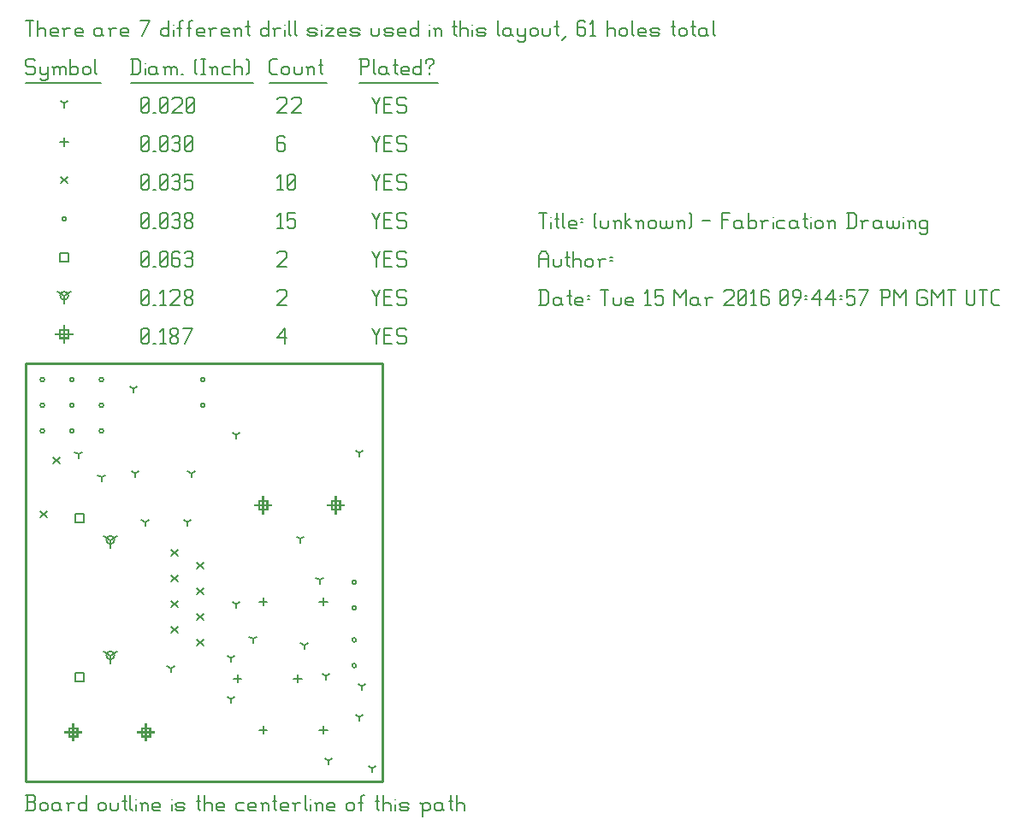
<source format=gbr>
G04 start of page 12 for group -3984 idx -3984 *
G04 Title: (unknown), fab *
G04 Creator: pcb 20140316 *
G04 CreationDate: Tue 15 Mar 2016 09:44:57 PM GMT UTC *
G04 For: commonadmin *
G04 Format: Gerber/RS-274X *
G04 PCB-Dimensions (mil): 1410.00 1650.00 *
G04 PCB-Coordinate-Origin: lower left *
%MOIN*%
%FSLAX25Y25*%
%LNFAB*%
%ADD95C,0.0100*%
%ADD94C,0.0075*%
%ADD93C,0.0060*%
%ADD92R,0.0080X0.0080*%
G54D92*X18500Y24200D02*Y17800D01*
X15300Y21000D02*X21700D01*
X16900Y22600D02*X20100D01*
X16900D02*Y19400D01*
X20100D01*
Y22600D02*Y19400D01*
X46846Y24200D02*Y17800D01*
X43646Y21000D02*X50046D01*
X45246Y22600D02*X48446D01*
X45246D02*Y19400D01*
X48446D01*
Y22600D02*Y19400D01*
X92500Y112700D02*Y106300D01*
X89300Y109500D02*X95700D01*
X90900Y111100D02*X94100D01*
X90900D02*Y107900D01*
X94100D01*
Y111100D02*Y107900D01*
X120846Y112700D02*Y106300D01*
X117646Y109500D02*X124046D01*
X119246Y111100D02*X122446D01*
X119246D02*Y107900D01*
X122446D01*
Y111100D02*Y107900D01*
X15000Y179450D02*Y173050D01*
X11800Y176250D02*X18200D01*
X13400Y177850D02*X16600D01*
X13400D02*Y174650D01*
X16600D01*
Y177850D02*Y174650D01*
G54D93*X135000Y178500D02*X136500Y175500D01*
X138000Y178500D01*
X136500Y175500D02*Y172500D01*
X139800Y175800D02*X142050D01*
X139800Y172500D02*X142800D01*
X139800Y178500D02*Y172500D01*
Y178500D02*X142800D01*
X147600D02*X148350Y177750D01*
X145350Y178500D02*X147600D01*
X144600Y177750D02*X145350Y178500D01*
X144600Y177750D02*Y176250D01*
X145350Y175500D01*
X147600D01*
X148350Y174750D01*
Y173250D01*
X147600Y172500D02*X148350Y173250D01*
X145350Y172500D02*X147600D01*
X144600Y173250D02*X145350Y172500D01*
X98000Y174750D02*X101000Y178500D01*
X98000Y174750D02*X101750D01*
X101000Y178500D02*Y172500D01*
X45000Y173250D02*X45750Y172500D01*
X45000Y177750D02*Y173250D01*
Y177750D02*X45750Y178500D01*
X47250D01*
X48000Y177750D01*
Y173250D01*
X47250Y172500D02*X48000Y173250D01*
X45750Y172500D02*X47250D01*
X45000Y174000D02*X48000Y177000D01*
X49800Y172500D02*X50550D01*
X52350Y177300D02*X53550Y178500D01*
Y172500D01*
X52350D02*X54600D01*
X56400Y173250D02*X57150Y172500D01*
X56400Y174450D02*Y173250D01*
Y174450D02*X57450Y175500D01*
X58350D01*
X59400Y174450D01*
Y173250D01*
X58650Y172500D02*X59400Y173250D01*
X57150Y172500D02*X58650D01*
X56400Y176550D02*X57450Y175500D01*
X56400Y177750D02*Y176550D01*
Y177750D02*X57150Y178500D01*
X58650D01*
X59400Y177750D01*
Y176550D01*
X58350Y175500D02*X59400Y176550D01*
X61950Y172500D02*X64950Y178500D01*
X61200D02*X64950D01*
X33000Y96000D02*Y92800D01*
Y96000D02*X35773Y97600D01*
X33000Y96000D02*X30227Y97600D01*
X31400Y96000D02*G75*G03X34600Y96000I1600J0D01*G01*
G75*G03X31400Y96000I-1600J0D01*G01*
X33000Y51000D02*Y47800D01*
Y51000D02*X35773Y52600D01*
X33000Y51000D02*X30227Y52600D01*
X31400Y51000D02*G75*G03X34600Y51000I1600J0D01*G01*
G75*G03X31400Y51000I-1600J0D01*G01*
X15000Y191250D02*Y188050D01*
Y191250D02*X17773Y192850D01*
X15000Y191250D02*X12227Y192850D01*
X13400Y191250D02*G75*G03X16600Y191250I1600J0D01*G01*
G75*G03X13400Y191250I-1600J0D01*G01*
X135000Y193500D02*X136500Y190500D01*
X138000Y193500D01*
X136500Y190500D02*Y187500D01*
X139800Y190800D02*X142050D01*
X139800Y187500D02*X142800D01*
X139800Y193500D02*Y187500D01*
Y193500D02*X142800D01*
X147600D02*X148350Y192750D01*
X145350Y193500D02*X147600D01*
X144600Y192750D02*X145350Y193500D01*
X144600Y192750D02*Y191250D01*
X145350Y190500D01*
X147600D01*
X148350Y189750D01*
Y188250D01*
X147600Y187500D02*X148350Y188250D01*
X145350Y187500D02*X147600D01*
X144600Y188250D02*X145350Y187500D01*
X98000Y192750D02*X98750Y193500D01*
X101000D01*
X101750Y192750D01*
Y191250D01*
X98000Y187500D02*X101750Y191250D01*
X98000Y187500D02*X101750D01*
X45000Y188250D02*X45750Y187500D01*
X45000Y192750D02*Y188250D01*
Y192750D02*X45750Y193500D01*
X47250D01*
X48000Y192750D01*
Y188250D01*
X47250Y187500D02*X48000Y188250D01*
X45750Y187500D02*X47250D01*
X45000Y189000D02*X48000Y192000D01*
X49800Y187500D02*X50550D01*
X52350Y192300D02*X53550Y193500D01*
Y187500D01*
X52350D02*X54600D01*
X56400Y192750D02*X57150Y193500D01*
X59400D01*
X60150Y192750D01*
Y191250D01*
X56400Y187500D02*X60150Y191250D01*
X56400Y187500D02*X60150D01*
X61950Y188250D02*X62700Y187500D01*
X61950Y189450D02*Y188250D01*
Y189450D02*X63000Y190500D01*
X63900D01*
X64950Y189450D01*
Y188250D01*
X64200Y187500D02*X64950Y188250D01*
X62700Y187500D02*X64200D01*
X61950Y191550D02*X63000Y190500D01*
X61950Y192750D02*Y191550D01*
Y192750D02*X62700Y193500D01*
X64200D01*
X64950Y192750D01*
Y191550D01*
X63900Y190500D02*X64950Y191550D01*
X19392Y106143D02*X22592D01*
X19392D02*Y102943D01*
X22592D01*
Y106143D02*Y102943D01*
X19392Y44135D02*X22592D01*
X19392D02*Y40935D01*
X22592D01*
Y44135D02*Y40935D01*
X13400Y207850D02*X16600D01*
X13400D02*Y204650D01*
X16600D01*
Y207850D02*Y204650D01*
X135000Y208500D02*X136500Y205500D01*
X138000Y208500D01*
X136500Y205500D02*Y202500D01*
X139800Y205800D02*X142050D01*
X139800Y202500D02*X142800D01*
X139800Y208500D02*Y202500D01*
Y208500D02*X142800D01*
X147600D02*X148350Y207750D01*
X145350Y208500D02*X147600D01*
X144600Y207750D02*X145350Y208500D01*
X144600Y207750D02*Y206250D01*
X145350Y205500D01*
X147600D01*
X148350Y204750D01*
Y203250D01*
X147600Y202500D02*X148350Y203250D01*
X145350Y202500D02*X147600D01*
X144600Y203250D02*X145350Y202500D01*
X98000Y207750D02*X98750Y208500D01*
X101000D01*
X101750Y207750D01*
Y206250D01*
X98000Y202500D02*X101750Y206250D01*
X98000Y202500D02*X101750D01*
X45000Y203250D02*X45750Y202500D01*
X45000Y207750D02*Y203250D01*
Y207750D02*X45750Y208500D01*
X47250D01*
X48000Y207750D01*
Y203250D01*
X47250Y202500D02*X48000Y203250D01*
X45750Y202500D02*X47250D01*
X45000Y204000D02*X48000Y207000D01*
X49800Y202500D02*X50550D01*
X52350Y203250D02*X53100Y202500D01*
X52350Y207750D02*Y203250D01*
Y207750D02*X53100Y208500D01*
X54600D01*
X55350Y207750D01*
Y203250D01*
X54600Y202500D02*X55350Y203250D01*
X53100Y202500D02*X54600D01*
X52350Y204000D02*X55350Y207000D01*
X59400Y208500D02*X60150Y207750D01*
X57900Y208500D02*X59400D01*
X57150Y207750D02*X57900Y208500D01*
X57150Y207750D02*Y203250D01*
X57900Y202500D01*
X59400Y205800D02*X60150Y205050D01*
X57150Y205800D02*X59400D01*
X57900Y202500D02*X59400D01*
X60150Y203250D01*
Y205050D02*Y203250D01*
X61950Y207750D02*X62700Y208500D01*
X64200D01*
X64950Y207750D01*
X64200Y202500D02*X64950Y203250D01*
X62700Y202500D02*X64200D01*
X61950Y203250D02*X62700Y202500D01*
Y205800D02*X64200D01*
X64950Y207750D02*Y206550D01*
Y205050D02*Y203250D01*
Y205050D02*X64200Y205800D01*
X64950Y206550D02*X64200Y205800D01*
X127200Y79500D02*G75*G03X128800Y79500I800J0D01*G01*
G75*G03X127200Y79500I-800J0D01*G01*
Y69500D02*G75*G03X128800Y69500I800J0D01*G01*
G75*G03X127200Y69500I-800J0D01*G01*
Y57000D02*G75*G03X128800Y57000I800J0D01*G01*
G75*G03X127200Y57000I-800J0D01*G01*
Y47000D02*G75*G03X128800Y47000I800J0D01*G01*
G75*G03X127200Y47000I-800J0D01*G01*
X28700Y138500D02*G75*G03X30300Y138500I800J0D01*G01*
G75*G03X28700Y138500I-800J0D01*G01*
Y148500D02*G75*G03X30300Y148500I800J0D01*G01*
G75*G03X28700Y148500I-800J0D01*G01*
Y158500D02*G75*G03X30300Y158500I800J0D01*G01*
G75*G03X28700Y158500I-800J0D01*G01*
X17200Y138500D02*G75*G03X18800Y138500I800J0D01*G01*
G75*G03X17200Y138500I-800J0D01*G01*
Y148500D02*G75*G03X18800Y148500I800J0D01*G01*
G75*G03X17200Y148500I-800J0D01*G01*
Y158500D02*G75*G03X18800Y158500I800J0D01*G01*
G75*G03X17200Y158500I-800J0D01*G01*
X5700Y138500D02*G75*G03X7300Y138500I800J0D01*G01*
G75*G03X5700Y138500I-800J0D01*G01*
Y148500D02*G75*G03X7300Y148500I800J0D01*G01*
G75*G03X5700Y148500I-800J0D01*G01*
Y158500D02*G75*G03X7300Y158500I800J0D01*G01*
G75*G03X5700Y158500I-800J0D01*G01*
X68200D02*G75*G03X69800Y158500I800J0D01*G01*
G75*G03X68200Y158500I-800J0D01*G01*
Y148500D02*G75*G03X69800Y148500I800J0D01*G01*
G75*G03X68200Y148500I-800J0D01*G01*
X14200Y221250D02*G75*G03X15800Y221250I800J0D01*G01*
G75*G03X14200Y221250I-800J0D01*G01*
X135000Y223500D02*X136500Y220500D01*
X138000Y223500D01*
X136500Y220500D02*Y217500D01*
X139800Y220800D02*X142050D01*
X139800Y217500D02*X142800D01*
X139800Y223500D02*Y217500D01*
Y223500D02*X142800D01*
X147600D02*X148350Y222750D01*
X145350Y223500D02*X147600D01*
X144600Y222750D02*X145350Y223500D01*
X144600Y222750D02*Y221250D01*
X145350Y220500D01*
X147600D01*
X148350Y219750D01*
Y218250D01*
X147600Y217500D02*X148350Y218250D01*
X145350Y217500D02*X147600D01*
X144600Y218250D02*X145350Y217500D01*
X98000Y222300D02*X99200Y223500D01*
Y217500D01*
X98000D02*X100250D01*
X102050Y223500D02*X105050D01*
X102050D02*Y220500D01*
X102800Y221250D01*
X104300D01*
X105050Y220500D01*
Y218250D01*
X104300Y217500D02*X105050Y218250D01*
X102800Y217500D02*X104300D01*
X102050Y218250D02*X102800Y217500D01*
X45000Y218250D02*X45750Y217500D01*
X45000Y222750D02*Y218250D01*
Y222750D02*X45750Y223500D01*
X47250D01*
X48000Y222750D01*
Y218250D01*
X47250Y217500D02*X48000Y218250D01*
X45750Y217500D02*X47250D01*
X45000Y219000D02*X48000Y222000D01*
X49800Y217500D02*X50550D01*
X52350Y218250D02*X53100Y217500D01*
X52350Y222750D02*Y218250D01*
Y222750D02*X53100Y223500D01*
X54600D01*
X55350Y222750D01*
Y218250D01*
X54600Y217500D02*X55350Y218250D01*
X53100Y217500D02*X54600D01*
X52350Y219000D02*X55350Y222000D01*
X57150Y222750D02*X57900Y223500D01*
X59400D01*
X60150Y222750D01*
X59400Y217500D02*X60150Y218250D01*
X57900Y217500D02*X59400D01*
X57150Y218250D02*X57900Y217500D01*
Y220800D02*X59400D01*
X60150Y222750D02*Y221550D01*
Y220050D02*Y218250D01*
Y220050D02*X59400Y220800D01*
X60150Y221550D02*X59400Y220800D01*
X61950Y218250D02*X62700Y217500D01*
X61950Y219450D02*Y218250D01*
Y219450D02*X63000Y220500D01*
X63900D01*
X64950Y219450D01*
Y218250D01*
X64200Y217500D02*X64950Y218250D01*
X62700Y217500D02*X64200D01*
X61950Y221550D02*X63000Y220500D01*
X61950Y222750D02*Y221550D01*
Y222750D02*X62700Y223500D01*
X64200D01*
X64950Y222750D01*
Y221550D01*
X63900Y220500D02*X64950Y221550D01*
X10800Y128200D02*X13200Y125800D01*
X10800D02*X13200Y128200D01*
X5800Y107200D02*X8200Y104800D01*
X5800D02*X8200Y107200D01*
X66800Y87200D02*X69200Y84800D01*
X66800D02*X69200Y87200D01*
X66800Y77200D02*X69200Y74800D01*
X66800D02*X69200Y77200D01*
X66800Y67200D02*X69200Y64800D01*
X66800D02*X69200Y67200D01*
X66800Y57200D02*X69200Y54800D01*
X66800D02*X69200Y57200D01*
X56800Y92200D02*X59200Y89800D01*
X56800D02*X59200Y92200D01*
X56800Y82200D02*X59200Y79800D01*
X56800D02*X59200Y82200D01*
X56800Y72200D02*X59200Y69800D01*
X56800D02*X59200Y72200D01*
X56800Y62200D02*X59200Y59800D01*
X56800D02*X59200Y62200D01*
X13800Y237450D02*X16200Y235050D01*
X13800D02*X16200Y237450D01*
X135000Y238500D02*X136500Y235500D01*
X138000Y238500D01*
X136500Y235500D02*Y232500D01*
X139800Y235800D02*X142050D01*
X139800Y232500D02*X142800D01*
X139800Y238500D02*Y232500D01*
Y238500D02*X142800D01*
X147600D02*X148350Y237750D01*
X145350Y238500D02*X147600D01*
X144600Y237750D02*X145350Y238500D01*
X144600Y237750D02*Y236250D01*
X145350Y235500D01*
X147600D01*
X148350Y234750D01*
Y233250D01*
X147600Y232500D02*X148350Y233250D01*
X145350Y232500D02*X147600D01*
X144600Y233250D02*X145350Y232500D01*
X98000Y237300D02*X99200Y238500D01*
Y232500D01*
X98000D02*X100250D01*
X102050Y233250D02*X102800Y232500D01*
X102050Y237750D02*Y233250D01*
Y237750D02*X102800Y238500D01*
X104300D01*
X105050Y237750D01*
Y233250D01*
X104300Y232500D02*X105050Y233250D01*
X102800Y232500D02*X104300D01*
X102050Y234000D02*X105050Y237000D01*
X45000Y233250D02*X45750Y232500D01*
X45000Y237750D02*Y233250D01*
Y237750D02*X45750Y238500D01*
X47250D01*
X48000Y237750D01*
Y233250D01*
X47250Y232500D02*X48000Y233250D01*
X45750Y232500D02*X47250D01*
X45000Y234000D02*X48000Y237000D01*
X49800Y232500D02*X50550D01*
X52350Y233250D02*X53100Y232500D01*
X52350Y237750D02*Y233250D01*
Y237750D02*X53100Y238500D01*
X54600D01*
X55350Y237750D01*
Y233250D01*
X54600Y232500D02*X55350Y233250D01*
X53100Y232500D02*X54600D01*
X52350Y234000D02*X55350Y237000D01*
X57150Y237750D02*X57900Y238500D01*
X59400D01*
X60150Y237750D01*
X59400Y232500D02*X60150Y233250D01*
X57900Y232500D02*X59400D01*
X57150Y233250D02*X57900Y232500D01*
Y235800D02*X59400D01*
X60150Y237750D02*Y236550D01*
Y235050D02*Y233250D01*
Y235050D02*X59400Y235800D01*
X60150Y236550D02*X59400Y235800D01*
X61950Y238500D02*X64950D01*
X61950D02*Y235500D01*
X62700Y236250D01*
X64200D01*
X64950Y235500D01*
Y233250D01*
X64200Y232500D02*X64950Y233250D01*
X62700Y232500D02*X64200D01*
X61950Y233250D02*X62700Y232500D01*
X92500Y73600D02*Y70400D01*
X90900Y72000D02*X94100D01*
X92500Y23600D02*Y20400D01*
X90900Y22000D02*X94100D01*
X82500Y43600D02*Y40400D01*
X80900Y42000D02*X84100D01*
X116000Y73600D02*Y70400D01*
X114400Y72000D02*X117600D01*
X116000Y23600D02*Y20400D01*
X114400Y22000D02*X117600D01*
X106000Y43600D02*Y40400D01*
X104400Y42000D02*X107600D01*
X15000Y252850D02*Y249650D01*
X13400Y251250D02*X16600D01*
X135000Y253500D02*X136500Y250500D01*
X138000Y253500D01*
X136500Y250500D02*Y247500D01*
X139800Y250800D02*X142050D01*
X139800Y247500D02*X142800D01*
X139800Y253500D02*Y247500D01*
Y253500D02*X142800D01*
X147600D02*X148350Y252750D01*
X145350Y253500D02*X147600D01*
X144600Y252750D02*X145350Y253500D01*
X144600Y252750D02*Y251250D01*
X145350Y250500D01*
X147600D01*
X148350Y249750D01*
Y248250D01*
X147600Y247500D02*X148350Y248250D01*
X145350Y247500D02*X147600D01*
X144600Y248250D02*X145350Y247500D01*
X100250Y253500D02*X101000Y252750D01*
X98750Y253500D02*X100250D01*
X98000Y252750D02*X98750Y253500D01*
X98000Y252750D02*Y248250D01*
X98750Y247500D01*
X100250Y250800D02*X101000Y250050D01*
X98000Y250800D02*X100250D01*
X98750Y247500D02*X100250D01*
X101000Y248250D01*
Y250050D02*Y248250D01*
X45000D02*X45750Y247500D01*
X45000Y252750D02*Y248250D01*
Y252750D02*X45750Y253500D01*
X47250D01*
X48000Y252750D01*
Y248250D01*
X47250Y247500D02*X48000Y248250D01*
X45750Y247500D02*X47250D01*
X45000Y249000D02*X48000Y252000D01*
X49800Y247500D02*X50550D01*
X52350Y248250D02*X53100Y247500D01*
X52350Y252750D02*Y248250D01*
Y252750D02*X53100Y253500D01*
X54600D01*
X55350Y252750D01*
Y248250D01*
X54600Y247500D02*X55350Y248250D01*
X53100Y247500D02*X54600D01*
X52350Y249000D02*X55350Y252000D01*
X57150Y252750D02*X57900Y253500D01*
X59400D01*
X60150Y252750D01*
X59400Y247500D02*X60150Y248250D01*
X57900Y247500D02*X59400D01*
X57150Y248250D02*X57900Y247500D01*
Y250800D02*X59400D01*
X60150Y252750D02*Y251550D01*
Y250050D02*Y248250D01*
Y250050D02*X59400Y250800D01*
X60150Y251550D02*X59400Y250800D01*
X61950Y248250D02*X62700Y247500D01*
X61950Y252750D02*Y248250D01*
Y252750D02*X62700Y253500D01*
X64200D01*
X64950Y252750D01*
Y248250D01*
X64200Y247500D02*X64950Y248250D01*
X62700Y247500D02*X64200D01*
X61950Y249000D02*X64950Y252000D01*
X64500Y122000D02*Y120400D01*
Y122000D02*X65887Y122800D01*
X64500Y122000D02*X63113Y122800D01*
X42700Y122000D02*Y120400D01*
Y122000D02*X44087Y122800D01*
X42700Y122000D02*X41313Y122800D01*
X80000Y34000D02*Y32400D01*
Y34000D02*X81387Y34800D01*
X80000Y34000D02*X78613Y34800D01*
X29500Y120500D02*Y118900D01*
Y120500D02*X30887Y121300D01*
X29500Y120500D02*X28113Y121300D01*
X46500Y103000D02*Y101400D01*
Y103000D02*X47887Y103800D01*
X46500Y103000D02*X45113Y103800D01*
X63000Y103000D02*Y101400D01*
Y103000D02*X64387Y103800D01*
X63000Y103000D02*X61613Y103800D01*
X56500Y46000D02*Y44400D01*
Y46000D02*X57887Y46800D01*
X56500Y46000D02*X55113Y46800D01*
X88500Y57500D02*Y55900D01*
Y57500D02*X89887Y58300D01*
X88500Y57500D02*X87113Y58300D01*
X108500Y55000D02*Y53400D01*
Y55000D02*X109887Y55800D01*
X108500Y55000D02*X107113Y55800D01*
X82000Y71000D02*Y69400D01*
Y71000D02*X83387Y71800D01*
X82000Y71000D02*X80613Y71800D01*
X114500Y80500D02*Y78900D01*
Y80500D02*X115887Y81300D01*
X114500Y80500D02*X113113Y81300D01*
X42000Y155000D02*Y153400D01*
Y155000D02*X43387Y155800D01*
X42000Y155000D02*X40613Y155800D01*
X82000Y137000D02*Y135400D01*
Y137000D02*X83387Y137800D01*
X82000Y137000D02*X80613Y137800D01*
X130000Y130000D02*Y128400D01*
Y130000D02*X131387Y130800D01*
X130000Y130000D02*X128613Y130800D01*
X107000Y96500D02*Y94900D01*
Y96500D02*X108387Y97300D01*
X107000Y96500D02*X105613Y97300D01*
X20500Y129500D02*Y127900D01*
Y129500D02*X21887Y130300D01*
X20500Y129500D02*X19113Y130300D01*
X130000Y27000D02*Y25400D01*
Y27000D02*X131387Y27800D01*
X130000Y27000D02*X128613Y27800D01*
X135000Y7000D02*Y5400D01*
Y7000D02*X136387Y7800D01*
X135000Y7000D02*X133613Y7800D01*
X118000Y10000D02*Y8400D01*
Y10000D02*X119387Y10800D01*
X118000Y10000D02*X116613Y10800D01*
X117000Y43000D02*Y41400D01*
Y43000D02*X118387Y43800D01*
X117000Y43000D02*X115613Y43800D01*
X80000Y50000D02*Y48400D01*
Y50000D02*X81387Y50800D01*
X80000Y50000D02*X78613Y50800D01*
X131000Y39000D02*Y37400D01*
Y39000D02*X132387Y39800D01*
X131000Y39000D02*X129613Y39800D01*
X15000Y266250D02*Y264650D01*
Y266250D02*X16387Y267050D01*
X15000Y266250D02*X13613Y267050D01*
X135000Y268500D02*X136500Y265500D01*
X138000Y268500D01*
X136500Y265500D02*Y262500D01*
X139800Y265800D02*X142050D01*
X139800Y262500D02*X142800D01*
X139800Y268500D02*Y262500D01*
Y268500D02*X142800D01*
X147600D02*X148350Y267750D01*
X145350Y268500D02*X147600D01*
X144600Y267750D02*X145350Y268500D01*
X144600Y267750D02*Y266250D01*
X145350Y265500D01*
X147600D01*
X148350Y264750D01*
Y263250D01*
X147600Y262500D02*X148350Y263250D01*
X145350Y262500D02*X147600D01*
X144600Y263250D02*X145350Y262500D01*
X98000Y267750D02*X98750Y268500D01*
X101000D01*
X101750Y267750D01*
Y266250D01*
X98000Y262500D02*X101750Y266250D01*
X98000Y262500D02*X101750D01*
X103550Y267750D02*X104300Y268500D01*
X106550D01*
X107300Y267750D01*
Y266250D01*
X103550Y262500D02*X107300Y266250D01*
X103550Y262500D02*X107300D01*
X45000Y263250D02*X45750Y262500D01*
X45000Y267750D02*Y263250D01*
Y267750D02*X45750Y268500D01*
X47250D01*
X48000Y267750D01*
Y263250D01*
X47250Y262500D02*X48000Y263250D01*
X45750Y262500D02*X47250D01*
X45000Y264000D02*X48000Y267000D01*
X49800Y262500D02*X50550D01*
X52350Y263250D02*X53100Y262500D01*
X52350Y267750D02*Y263250D01*
Y267750D02*X53100Y268500D01*
X54600D01*
X55350Y267750D01*
Y263250D01*
X54600Y262500D02*X55350Y263250D01*
X53100Y262500D02*X54600D01*
X52350Y264000D02*X55350Y267000D01*
X57150Y267750D02*X57900Y268500D01*
X60150D01*
X60900Y267750D01*
Y266250D01*
X57150Y262500D02*X60900Y266250D01*
X57150Y262500D02*X60900D01*
X62700Y263250D02*X63450Y262500D01*
X62700Y267750D02*Y263250D01*
Y267750D02*X63450Y268500D01*
X64950D01*
X65700Y267750D01*
Y263250D01*
X64950Y262500D02*X65700Y263250D01*
X63450Y262500D02*X64950D01*
X62700Y264000D02*X65700Y267000D01*
X3000Y283500D02*X3750Y282750D01*
X750Y283500D02*X3000D01*
X0Y282750D02*X750Y283500D01*
X0Y282750D02*Y281250D01*
X750Y280500D01*
X3000D01*
X3750Y279750D01*
Y278250D01*
X3000Y277500D02*X3750Y278250D01*
X750Y277500D02*X3000D01*
X0Y278250D02*X750Y277500D01*
X5550Y280500D02*Y278250D01*
X6300Y277500D01*
X8550Y280500D02*Y276000D01*
X7800Y275250D02*X8550Y276000D01*
X6300Y275250D02*X7800D01*
X5550Y276000D02*X6300Y275250D01*
Y277500D02*X7800D01*
X8550Y278250D01*
X11100Y279750D02*Y277500D01*
Y279750D02*X11850Y280500D01*
X12600D01*
X13350Y279750D01*
Y277500D01*
Y279750D02*X14100Y280500D01*
X14850D01*
X15600Y279750D01*
Y277500D01*
X10350Y280500D02*X11100Y279750D01*
X17400Y283500D02*Y277500D01*
Y278250D02*X18150Y277500D01*
X19650D01*
X20400Y278250D01*
Y279750D02*Y278250D01*
X19650Y280500D02*X20400Y279750D01*
X18150Y280500D02*X19650D01*
X17400Y279750D02*X18150Y280500D01*
X22200Y279750D02*Y278250D01*
Y279750D02*X22950Y280500D01*
X24450D01*
X25200Y279750D01*
Y278250D01*
X24450Y277500D02*X25200Y278250D01*
X22950Y277500D02*X24450D01*
X22200Y278250D02*X22950Y277500D01*
X27000Y283500D02*Y278250D01*
X27750Y277500D01*
X0Y274250D02*X29250D01*
X41750Y283500D02*Y277500D01*
X43700Y283500D02*X44750Y282450D01*
Y278550D01*
X43700Y277500D02*X44750Y278550D01*
X41000Y277500D02*X43700D01*
X41000Y283500D02*X43700D01*
G54D94*X46550Y282000D02*Y281850D01*
G54D93*Y279750D02*Y277500D01*
X50300Y280500D02*X51050Y279750D01*
X48800Y280500D02*X50300D01*
X48050Y279750D02*X48800Y280500D01*
X48050Y279750D02*Y278250D01*
X48800Y277500D01*
X51050Y280500D02*Y278250D01*
X51800Y277500D01*
X48800D02*X50300D01*
X51050Y278250D01*
X54350Y279750D02*Y277500D01*
Y279750D02*X55100Y280500D01*
X55850D01*
X56600Y279750D01*
Y277500D01*
Y279750D02*X57350Y280500D01*
X58100D01*
X58850Y279750D01*
Y277500D01*
X53600Y280500D02*X54350Y279750D01*
X60650Y277500D02*X61400D01*
X65900Y278250D02*X66650Y277500D01*
X65900Y282750D02*X66650Y283500D01*
X65900Y282750D02*Y278250D01*
X68450Y283500D02*X69950D01*
X69200D02*Y277500D01*
X68450D02*X69950D01*
X72500Y279750D02*Y277500D01*
Y279750D02*X73250Y280500D01*
X74000D01*
X74750Y279750D01*
Y277500D01*
X71750Y280500D02*X72500Y279750D01*
X77300Y280500D02*X79550D01*
X76550Y279750D02*X77300Y280500D01*
X76550Y279750D02*Y278250D01*
X77300Y277500D01*
X79550D01*
X81350Y283500D02*Y277500D01*
Y279750D02*X82100Y280500D01*
X83600D01*
X84350Y279750D01*
Y277500D01*
X86150Y283500D02*X86900Y282750D01*
Y278250D01*
X86150Y277500D02*X86900Y278250D01*
X41000Y274250D02*X88700D01*
X96050Y277500D02*X98000D01*
X95000Y278550D02*X96050Y277500D01*
X95000Y282450D02*Y278550D01*
Y282450D02*X96050Y283500D01*
X98000D01*
X99800Y279750D02*Y278250D01*
Y279750D02*X100550Y280500D01*
X102050D01*
X102800Y279750D01*
Y278250D01*
X102050Y277500D02*X102800Y278250D01*
X100550Y277500D02*X102050D01*
X99800Y278250D02*X100550Y277500D01*
X104600Y280500D02*Y278250D01*
X105350Y277500D01*
X106850D01*
X107600Y278250D01*
Y280500D02*Y278250D01*
X110150Y279750D02*Y277500D01*
Y279750D02*X110900Y280500D01*
X111650D01*
X112400Y279750D01*
Y277500D01*
X109400Y280500D02*X110150Y279750D01*
X114950Y283500D02*Y278250D01*
X115700Y277500D01*
X114200Y281250D02*X115700D01*
X95000Y274250D02*X117200D01*
X130750Y283500D02*Y277500D01*
X130000Y283500D02*X133000D01*
X133750Y282750D01*
Y281250D01*
X133000Y280500D02*X133750Y281250D01*
X130750Y280500D02*X133000D01*
X135550Y283500D02*Y278250D01*
X136300Y277500D01*
X140050Y280500D02*X140800Y279750D01*
X138550Y280500D02*X140050D01*
X137800Y279750D02*X138550Y280500D01*
X137800Y279750D02*Y278250D01*
X138550Y277500D01*
X140800Y280500D02*Y278250D01*
X141550Y277500D01*
X138550D02*X140050D01*
X140800Y278250D01*
X144100Y283500D02*Y278250D01*
X144850Y277500D01*
X143350Y281250D02*X144850D01*
X147100Y277500D02*X149350D01*
X146350Y278250D02*X147100Y277500D01*
X146350Y279750D02*Y278250D01*
Y279750D02*X147100Y280500D01*
X148600D01*
X149350Y279750D01*
X146350Y279000D02*X149350D01*
Y279750D02*Y279000D01*
X154150Y283500D02*Y277500D01*
X153400D02*X154150Y278250D01*
X151900Y277500D02*X153400D01*
X151150Y278250D02*X151900Y277500D01*
X151150Y279750D02*Y278250D01*
Y279750D02*X151900Y280500D01*
X153400D01*
X154150Y279750D01*
X157450Y280500D02*Y279750D01*
Y278250D02*Y277500D01*
X155950Y282750D02*Y282000D01*
Y282750D02*X156700Y283500D01*
X158200D01*
X158950Y282750D01*
Y282000D01*
X157450Y280500D02*X158950Y282000D01*
X130000Y274250D02*X160750D01*
X0Y298500D02*X3000D01*
X1500D02*Y292500D01*
X4800Y298500D02*Y292500D01*
Y294750D02*X5550Y295500D01*
X7050D01*
X7800Y294750D01*
Y292500D01*
X10350D02*X12600D01*
X9600Y293250D02*X10350Y292500D01*
X9600Y294750D02*Y293250D01*
Y294750D02*X10350Y295500D01*
X11850D01*
X12600Y294750D01*
X9600Y294000D02*X12600D01*
Y294750D02*Y294000D01*
X15150Y294750D02*Y292500D01*
Y294750D02*X15900Y295500D01*
X17400D01*
X14400D02*X15150Y294750D01*
X19950Y292500D02*X22200D01*
X19200Y293250D02*X19950Y292500D01*
X19200Y294750D02*Y293250D01*
Y294750D02*X19950Y295500D01*
X21450D01*
X22200Y294750D01*
X19200Y294000D02*X22200D01*
Y294750D02*Y294000D01*
X28950Y295500D02*X29700Y294750D01*
X27450Y295500D02*X28950D01*
X26700Y294750D02*X27450Y295500D01*
X26700Y294750D02*Y293250D01*
X27450Y292500D01*
X29700Y295500D02*Y293250D01*
X30450Y292500D01*
X27450D02*X28950D01*
X29700Y293250D01*
X33000Y294750D02*Y292500D01*
Y294750D02*X33750Y295500D01*
X35250D01*
X32250D02*X33000Y294750D01*
X37800Y292500D02*X40050D01*
X37050Y293250D02*X37800Y292500D01*
X37050Y294750D02*Y293250D01*
Y294750D02*X37800Y295500D01*
X39300D01*
X40050Y294750D01*
X37050Y294000D02*X40050D01*
Y294750D02*Y294000D01*
X45300Y292500D02*X48300Y298500D01*
X44550D02*X48300D01*
X55800D02*Y292500D01*
X55050D02*X55800Y293250D01*
X53550Y292500D02*X55050D01*
X52800Y293250D02*X53550Y292500D01*
X52800Y294750D02*Y293250D01*
Y294750D02*X53550Y295500D01*
X55050D01*
X55800Y294750D01*
G54D94*X57600Y297000D02*Y296850D01*
G54D93*Y294750D02*Y292500D01*
X59850Y297750D02*Y292500D01*
Y297750D02*X60600Y298500D01*
X61350D01*
X59100Y295500D02*X60600D01*
X63600Y297750D02*Y292500D01*
Y297750D02*X64350Y298500D01*
X65100D01*
X62850Y295500D02*X64350D01*
X67350Y292500D02*X69600D01*
X66600Y293250D02*X67350Y292500D01*
X66600Y294750D02*Y293250D01*
Y294750D02*X67350Y295500D01*
X68850D01*
X69600Y294750D01*
X66600Y294000D02*X69600D01*
Y294750D02*Y294000D01*
X72150Y294750D02*Y292500D01*
Y294750D02*X72900Y295500D01*
X74400D01*
X71400D02*X72150Y294750D01*
X76950Y292500D02*X79200D01*
X76200Y293250D02*X76950Y292500D01*
X76200Y294750D02*Y293250D01*
Y294750D02*X76950Y295500D01*
X78450D01*
X79200Y294750D01*
X76200Y294000D02*X79200D01*
Y294750D02*Y294000D01*
X81750Y294750D02*Y292500D01*
Y294750D02*X82500Y295500D01*
X83250D01*
X84000Y294750D01*
Y292500D01*
X81000Y295500D02*X81750Y294750D01*
X86550Y298500D02*Y293250D01*
X87300Y292500D01*
X85800Y296250D02*X87300D01*
X94500Y298500D02*Y292500D01*
X93750D02*X94500Y293250D01*
X92250Y292500D02*X93750D01*
X91500Y293250D02*X92250Y292500D01*
X91500Y294750D02*Y293250D01*
Y294750D02*X92250Y295500D01*
X93750D01*
X94500Y294750D01*
X97050D02*Y292500D01*
Y294750D02*X97800Y295500D01*
X99300D01*
X96300D02*X97050Y294750D01*
G54D94*X101100Y297000D02*Y296850D01*
G54D93*Y294750D02*Y292500D01*
X102600Y298500D02*Y293250D01*
X103350Y292500D01*
X104850Y298500D02*Y293250D01*
X105600Y292500D01*
X110550D02*X112800D01*
X113550Y293250D01*
X112800Y294000D02*X113550Y293250D01*
X110550Y294000D02*X112800D01*
X109800Y294750D02*X110550Y294000D01*
X109800Y294750D02*X110550Y295500D01*
X112800D01*
X113550Y294750D01*
X109800Y293250D02*X110550Y292500D01*
G54D94*X115350Y297000D02*Y296850D01*
G54D93*Y294750D02*Y292500D01*
X116850Y295500D02*X119850D01*
X116850Y292500D02*X119850Y295500D01*
X116850Y292500D02*X119850D01*
X122400D02*X124650D01*
X121650Y293250D02*X122400Y292500D01*
X121650Y294750D02*Y293250D01*
Y294750D02*X122400Y295500D01*
X123900D01*
X124650Y294750D01*
X121650Y294000D02*X124650D01*
Y294750D02*Y294000D01*
X127200Y292500D02*X129450D01*
X130200Y293250D01*
X129450Y294000D02*X130200Y293250D01*
X127200Y294000D02*X129450D01*
X126450Y294750D02*X127200Y294000D01*
X126450Y294750D02*X127200Y295500D01*
X129450D01*
X130200Y294750D01*
X126450Y293250D02*X127200Y292500D01*
X134700Y295500D02*Y293250D01*
X135450Y292500D01*
X136950D01*
X137700Y293250D01*
Y295500D02*Y293250D01*
X140250Y292500D02*X142500D01*
X143250Y293250D01*
X142500Y294000D02*X143250Y293250D01*
X140250Y294000D02*X142500D01*
X139500Y294750D02*X140250Y294000D01*
X139500Y294750D02*X140250Y295500D01*
X142500D01*
X143250Y294750D01*
X139500Y293250D02*X140250Y292500D01*
X145800D02*X148050D01*
X145050Y293250D02*X145800Y292500D01*
X145050Y294750D02*Y293250D01*
Y294750D02*X145800Y295500D01*
X147300D01*
X148050Y294750D01*
X145050Y294000D02*X148050D01*
Y294750D02*Y294000D01*
X152850Y298500D02*Y292500D01*
X152100D02*X152850Y293250D01*
X150600Y292500D02*X152100D01*
X149850Y293250D02*X150600Y292500D01*
X149850Y294750D02*Y293250D01*
Y294750D02*X150600Y295500D01*
X152100D01*
X152850Y294750D01*
G54D94*X157350Y297000D02*Y296850D01*
G54D93*Y294750D02*Y292500D01*
X159600Y294750D02*Y292500D01*
Y294750D02*X160350Y295500D01*
X161100D01*
X161850Y294750D01*
Y292500D01*
X158850Y295500D02*X159600Y294750D01*
X167100Y298500D02*Y293250D01*
X167850Y292500D01*
X166350Y296250D02*X167850D01*
X169350Y298500D02*Y292500D01*
Y294750D02*X170100Y295500D01*
X171600D01*
X172350Y294750D01*
Y292500D01*
G54D94*X174150Y297000D02*Y296850D01*
G54D93*Y294750D02*Y292500D01*
X176400D02*X178650D01*
X179400Y293250D01*
X178650Y294000D02*X179400Y293250D01*
X176400Y294000D02*X178650D01*
X175650Y294750D02*X176400Y294000D01*
X175650Y294750D02*X176400Y295500D01*
X178650D01*
X179400Y294750D01*
X175650Y293250D02*X176400Y292500D01*
X183900Y298500D02*Y293250D01*
X184650Y292500D01*
X188400Y295500D02*X189150Y294750D01*
X186900Y295500D02*X188400D01*
X186150Y294750D02*X186900Y295500D01*
X186150Y294750D02*Y293250D01*
X186900Y292500D01*
X189150Y295500D02*Y293250D01*
X189900Y292500D01*
X186900D02*X188400D01*
X189150Y293250D01*
X191700Y295500D02*Y293250D01*
X192450Y292500D01*
X194700Y295500D02*Y291000D01*
X193950Y290250D02*X194700Y291000D01*
X192450Y290250D02*X193950D01*
X191700Y291000D02*X192450Y290250D01*
Y292500D02*X193950D01*
X194700Y293250D01*
X196500Y294750D02*Y293250D01*
Y294750D02*X197250Y295500D01*
X198750D01*
X199500Y294750D01*
Y293250D01*
X198750Y292500D02*X199500Y293250D01*
X197250Y292500D02*X198750D01*
X196500Y293250D02*X197250Y292500D01*
X201300Y295500D02*Y293250D01*
X202050Y292500D01*
X203550D01*
X204300Y293250D01*
Y295500D02*Y293250D01*
X206850Y298500D02*Y293250D01*
X207600Y292500D01*
X206100Y296250D02*X207600D01*
X209100Y291000D02*X210600Y292500D01*
X217350Y298500D02*X218100Y297750D01*
X215850Y298500D02*X217350D01*
X215100Y297750D02*X215850Y298500D01*
X215100Y297750D02*Y293250D01*
X215850Y292500D01*
X217350Y295800D02*X218100Y295050D01*
X215100Y295800D02*X217350D01*
X215850Y292500D02*X217350D01*
X218100Y293250D01*
Y295050D02*Y293250D01*
X219900Y297300D02*X221100Y298500D01*
Y292500D01*
X219900D02*X222150D01*
X226650Y298500D02*Y292500D01*
Y294750D02*X227400Y295500D01*
X228900D01*
X229650Y294750D01*
Y292500D01*
X231450Y294750D02*Y293250D01*
Y294750D02*X232200Y295500D01*
X233700D01*
X234450Y294750D01*
Y293250D01*
X233700Y292500D02*X234450Y293250D01*
X232200Y292500D02*X233700D01*
X231450Y293250D02*X232200Y292500D01*
X236250Y298500D02*Y293250D01*
X237000Y292500D01*
X239250D02*X241500D01*
X238500Y293250D02*X239250Y292500D01*
X238500Y294750D02*Y293250D01*
Y294750D02*X239250Y295500D01*
X240750D01*
X241500Y294750D01*
X238500Y294000D02*X241500D01*
Y294750D02*Y294000D01*
X244050Y292500D02*X246300D01*
X247050Y293250D01*
X246300Y294000D02*X247050Y293250D01*
X244050Y294000D02*X246300D01*
X243300Y294750D02*X244050Y294000D01*
X243300Y294750D02*X244050Y295500D01*
X246300D01*
X247050Y294750D01*
X243300Y293250D02*X244050Y292500D01*
X252300Y298500D02*Y293250D01*
X253050Y292500D01*
X251550Y296250D02*X253050D01*
X254550Y294750D02*Y293250D01*
Y294750D02*X255300Y295500D01*
X256800D01*
X257550Y294750D01*
Y293250D01*
X256800Y292500D02*X257550Y293250D01*
X255300Y292500D02*X256800D01*
X254550Y293250D02*X255300Y292500D01*
X260100Y298500D02*Y293250D01*
X260850Y292500D01*
X259350Y296250D02*X260850D01*
X264600Y295500D02*X265350Y294750D01*
X263100Y295500D02*X264600D01*
X262350Y294750D02*X263100Y295500D01*
X262350Y294750D02*Y293250D01*
X263100Y292500D01*
X265350Y295500D02*Y293250D01*
X266100Y292500D01*
X263100D02*X264600D01*
X265350Y293250D01*
X267900Y298500D02*Y293250D01*
X268650Y292500D01*
G54D95*X0Y165000D02*Y2000D01*
X139000D01*
Y165000D01*
X0D01*
G54D93*Y-9500D02*X3000D01*
X3750Y-8750D01*
Y-6950D02*Y-8750D01*
X3000Y-6200D02*X3750Y-6950D01*
X750Y-6200D02*X3000D01*
X750Y-3500D02*Y-9500D01*
X0Y-3500D02*X3000D01*
X3750Y-4250D01*
Y-5450D01*
X3000Y-6200D02*X3750Y-5450D01*
X5550Y-7250D02*Y-8750D01*
Y-7250D02*X6300Y-6500D01*
X7800D01*
X8550Y-7250D01*
Y-8750D01*
X7800Y-9500D02*X8550Y-8750D01*
X6300Y-9500D02*X7800D01*
X5550Y-8750D02*X6300Y-9500D01*
X12600Y-6500D02*X13350Y-7250D01*
X11100Y-6500D02*X12600D01*
X10350Y-7250D02*X11100Y-6500D01*
X10350Y-7250D02*Y-8750D01*
X11100Y-9500D01*
X13350Y-6500D02*Y-8750D01*
X14100Y-9500D01*
X11100D02*X12600D01*
X13350Y-8750D01*
X16650Y-7250D02*Y-9500D01*
Y-7250D02*X17400Y-6500D01*
X18900D01*
X15900D02*X16650Y-7250D01*
X23700Y-3500D02*Y-9500D01*
X22950D02*X23700Y-8750D01*
X21450Y-9500D02*X22950D01*
X20700Y-8750D02*X21450Y-9500D01*
X20700Y-7250D02*Y-8750D01*
Y-7250D02*X21450Y-6500D01*
X22950D01*
X23700Y-7250D01*
X28200D02*Y-8750D01*
Y-7250D02*X28950Y-6500D01*
X30450D01*
X31200Y-7250D01*
Y-8750D01*
X30450Y-9500D02*X31200Y-8750D01*
X28950Y-9500D02*X30450D01*
X28200Y-8750D02*X28950Y-9500D01*
X33000Y-6500D02*Y-8750D01*
X33750Y-9500D01*
X35250D01*
X36000Y-8750D01*
Y-6500D02*Y-8750D01*
X38550Y-3500D02*Y-8750D01*
X39300Y-9500D01*
X37800Y-5750D02*X39300D01*
X40800Y-3500D02*Y-8750D01*
X41550Y-9500D01*
G54D94*X43050Y-5000D02*Y-5150D01*
G54D93*Y-7250D02*Y-9500D01*
X45300Y-7250D02*Y-9500D01*
Y-7250D02*X46050Y-6500D01*
X46800D01*
X47550Y-7250D01*
Y-9500D01*
X44550Y-6500D02*X45300Y-7250D01*
X50100Y-9500D02*X52350D01*
X49350Y-8750D02*X50100Y-9500D01*
X49350Y-7250D02*Y-8750D01*
Y-7250D02*X50100Y-6500D01*
X51600D01*
X52350Y-7250D01*
X49350Y-8000D02*X52350D01*
Y-7250D02*Y-8000D01*
G54D94*X56850Y-5000D02*Y-5150D01*
G54D93*Y-7250D02*Y-9500D01*
X59100D02*X61350D01*
X62100Y-8750D01*
X61350Y-8000D02*X62100Y-8750D01*
X59100Y-8000D02*X61350D01*
X58350Y-7250D02*X59100Y-8000D01*
X58350Y-7250D02*X59100Y-6500D01*
X61350D01*
X62100Y-7250D01*
X58350Y-8750D02*X59100Y-9500D01*
X67350Y-3500D02*Y-8750D01*
X68100Y-9500D01*
X66600Y-5750D02*X68100D01*
X69600Y-3500D02*Y-9500D01*
Y-7250D02*X70350Y-6500D01*
X71850D01*
X72600Y-7250D01*
Y-9500D01*
X75150D02*X77400D01*
X74400Y-8750D02*X75150Y-9500D01*
X74400Y-7250D02*Y-8750D01*
Y-7250D02*X75150Y-6500D01*
X76650D01*
X77400Y-7250D01*
X74400Y-8000D02*X77400D01*
Y-7250D02*Y-8000D01*
X82650Y-6500D02*X84900D01*
X81900Y-7250D02*X82650Y-6500D01*
X81900Y-7250D02*Y-8750D01*
X82650Y-9500D01*
X84900D01*
X87450D02*X89700D01*
X86700Y-8750D02*X87450Y-9500D01*
X86700Y-7250D02*Y-8750D01*
Y-7250D02*X87450Y-6500D01*
X88950D01*
X89700Y-7250D01*
X86700Y-8000D02*X89700D01*
Y-7250D02*Y-8000D01*
X92250Y-7250D02*Y-9500D01*
Y-7250D02*X93000Y-6500D01*
X93750D01*
X94500Y-7250D01*
Y-9500D01*
X91500Y-6500D02*X92250Y-7250D01*
X97050Y-3500D02*Y-8750D01*
X97800Y-9500D01*
X96300Y-5750D02*X97800D01*
X100050Y-9500D02*X102300D01*
X99300Y-8750D02*X100050Y-9500D01*
X99300Y-7250D02*Y-8750D01*
Y-7250D02*X100050Y-6500D01*
X101550D01*
X102300Y-7250D01*
X99300Y-8000D02*X102300D01*
Y-7250D02*Y-8000D01*
X104850Y-7250D02*Y-9500D01*
Y-7250D02*X105600Y-6500D01*
X107100D01*
X104100D02*X104850Y-7250D01*
X108900Y-3500D02*Y-8750D01*
X109650Y-9500D01*
G54D94*X111150Y-5000D02*Y-5150D01*
G54D93*Y-7250D02*Y-9500D01*
X113400Y-7250D02*Y-9500D01*
Y-7250D02*X114150Y-6500D01*
X114900D01*
X115650Y-7250D01*
Y-9500D01*
X112650Y-6500D02*X113400Y-7250D01*
X118200Y-9500D02*X120450D01*
X117450Y-8750D02*X118200Y-9500D01*
X117450Y-7250D02*Y-8750D01*
Y-7250D02*X118200Y-6500D01*
X119700D01*
X120450Y-7250D01*
X117450Y-8000D02*X120450D01*
Y-7250D02*Y-8000D01*
X124950Y-7250D02*Y-8750D01*
Y-7250D02*X125700Y-6500D01*
X127200D01*
X127950Y-7250D01*
Y-8750D01*
X127200Y-9500D02*X127950Y-8750D01*
X125700Y-9500D02*X127200D01*
X124950Y-8750D02*X125700Y-9500D01*
X130500Y-4250D02*Y-9500D01*
Y-4250D02*X131250Y-3500D01*
X132000D01*
X129750Y-6500D02*X131250D01*
X136950Y-3500D02*Y-8750D01*
X137700Y-9500D01*
X136200Y-5750D02*X137700D01*
X139200Y-3500D02*Y-9500D01*
Y-7250D02*X139950Y-6500D01*
X141450D01*
X142200Y-7250D01*
Y-9500D01*
G54D94*X144000Y-5000D02*Y-5150D01*
G54D93*Y-7250D02*Y-9500D01*
X146250D02*X148500D01*
X149250Y-8750D01*
X148500Y-8000D02*X149250Y-8750D01*
X146250Y-8000D02*X148500D01*
X145500Y-7250D02*X146250Y-8000D01*
X145500Y-7250D02*X146250Y-6500D01*
X148500D01*
X149250Y-7250D01*
X145500Y-8750D02*X146250Y-9500D01*
X154500Y-7250D02*Y-11750D01*
X153750Y-6500D02*X154500Y-7250D01*
X155250Y-6500D01*
X156750D01*
X157500Y-7250D01*
Y-8750D01*
X156750Y-9500D02*X157500Y-8750D01*
X155250Y-9500D02*X156750D01*
X154500Y-8750D02*X155250Y-9500D01*
X161550Y-6500D02*X162300Y-7250D01*
X160050Y-6500D02*X161550D01*
X159300Y-7250D02*X160050Y-6500D01*
X159300Y-7250D02*Y-8750D01*
X160050Y-9500D01*
X162300Y-6500D02*Y-8750D01*
X163050Y-9500D01*
X160050D02*X161550D01*
X162300Y-8750D01*
X165600Y-3500D02*Y-8750D01*
X166350Y-9500D01*
X164850Y-5750D02*X166350D01*
X167850Y-3500D02*Y-9500D01*
Y-7250D02*X168600Y-6500D01*
X170100D01*
X170850Y-7250D01*
Y-9500D01*
X200750Y193500D02*Y187500D01*
X202700Y193500D02*X203750Y192450D01*
Y188550D01*
X202700Y187500D02*X203750Y188550D01*
X200000Y187500D02*X202700D01*
X200000Y193500D02*X202700D01*
X207800Y190500D02*X208550Y189750D01*
X206300Y190500D02*X207800D01*
X205550Y189750D02*X206300Y190500D01*
X205550Y189750D02*Y188250D01*
X206300Y187500D01*
X208550Y190500D02*Y188250D01*
X209300Y187500D01*
X206300D02*X207800D01*
X208550Y188250D01*
X211850Y193500D02*Y188250D01*
X212600Y187500D01*
X211100Y191250D02*X212600D01*
X214850Y187500D02*X217100D01*
X214100Y188250D02*X214850Y187500D01*
X214100Y189750D02*Y188250D01*
Y189750D02*X214850Y190500D01*
X216350D01*
X217100Y189750D01*
X214100Y189000D02*X217100D01*
Y189750D02*Y189000D01*
X218900Y191250D02*X219650D01*
X218900Y189750D02*X219650D01*
X224150Y193500D02*X227150D01*
X225650D02*Y187500D01*
X228950Y190500D02*Y188250D01*
X229700Y187500D01*
X231200D01*
X231950Y188250D01*
Y190500D02*Y188250D01*
X234500Y187500D02*X236750D01*
X233750Y188250D02*X234500Y187500D01*
X233750Y189750D02*Y188250D01*
Y189750D02*X234500Y190500D01*
X236000D01*
X236750Y189750D01*
X233750Y189000D02*X236750D01*
Y189750D02*Y189000D01*
X241250Y192300D02*X242450Y193500D01*
Y187500D01*
X241250D02*X243500D01*
X245300Y193500D02*X248300D01*
X245300D02*Y190500D01*
X246050Y191250D01*
X247550D01*
X248300Y190500D01*
Y188250D01*
X247550Y187500D02*X248300Y188250D01*
X246050Y187500D02*X247550D01*
X245300Y188250D02*X246050Y187500D01*
X252800Y193500D02*Y187500D01*
Y193500D02*X255050Y190500D01*
X257300Y193500D01*
Y187500D01*
X261350Y190500D02*X262100Y189750D01*
X259850Y190500D02*X261350D01*
X259100Y189750D02*X259850Y190500D01*
X259100Y189750D02*Y188250D01*
X259850Y187500D01*
X262100Y190500D02*Y188250D01*
X262850Y187500D01*
X259850D02*X261350D01*
X262100Y188250D01*
X265400Y189750D02*Y187500D01*
Y189750D02*X266150Y190500D01*
X267650D01*
X264650D02*X265400Y189750D01*
X272150Y192750D02*X272900Y193500D01*
X275150D01*
X275900Y192750D01*
Y191250D01*
X272150Y187500D02*X275900Y191250D01*
X272150Y187500D02*X275900D01*
X277700Y188250D02*X278450Y187500D01*
X277700Y192750D02*Y188250D01*
Y192750D02*X278450Y193500D01*
X279950D01*
X280700Y192750D01*
Y188250D01*
X279950Y187500D02*X280700Y188250D01*
X278450Y187500D02*X279950D01*
X277700Y189000D02*X280700Y192000D01*
X282500Y192300D02*X283700Y193500D01*
Y187500D01*
X282500D02*X284750D01*
X288800Y193500D02*X289550Y192750D01*
X287300Y193500D02*X288800D01*
X286550Y192750D02*X287300Y193500D01*
X286550Y192750D02*Y188250D01*
X287300Y187500D01*
X288800Y190800D02*X289550Y190050D01*
X286550Y190800D02*X288800D01*
X287300Y187500D02*X288800D01*
X289550Y188250D01*
Y190050D02*Y188250D01*
X294050D02*X294800Y187500D01*
X294050Y192750D02*Y188250D01*
Y192750D02*X294800Y193500D01*
X296300D01*
X297050Y192750D01*
Y188250D01*
X296300Y187500D02*X297050Y188250D01*
X294800Y187500D02*X296300D01*
X294050Y189000D02*X297050Y192000D01*
X299600Y187500D02*X301850Y190500D01*
Y192750D02*Y190500D01*
X301100Y193500D02*X301850Y192750D01*
X299600Y193500D02*X301100D01*
X298850Y192750D02*X299600Y193500D01*
X298850Y192750D02*Y191250D01*
X299600Y190500D01*
X301850D01*
X303650Y191250D02*X304400D01*
X303650Y189750D02*X304400D01*
X306200D02*X309200Y193500D01*
X306200Y189750D02*X309950D01*
X309200Y193500D02*Y187500D01*
X311750Y189750D02*X314750Y193500D01*
X311750Y189750D02*X315500D01*
X314750Y193500D02*Y187500D01*
X317300Y191250D02*X318050D01*
X317300Y189750D02*X318050D01*
X319850Y193500D02*X322850D01*
X319850D02*Y190500D01*
X320600Y191250D01*
X322100D01*
X322850Y190500D01*
Y188250D01*
X322100Y187500D02*X322850Y188250D01*
X320600Y187500D02*X322100D01*
X319850Y188250D02*X320600Y187500D01*
X325400D02*X328400Y193500D01*
X324650D02*X328400D01*
X333650D02*Y187500D01*
X332900Y193500D02*X335900D01*
X336650Y192750D01*
Y191250D01*
X335900Y190500D02*X336650Y191250D01*
X333650Y190500D02*X335900D01*
X338450Y193500D02*Y187500D01*
Y193500D02*X340700Y190500D01*
X342950Y193500D01*
Y187500D01*
X350450Y193500D02*X351200Y192750D01*
X348200Y193500D02*X350450D01*
X347450Y192750D02*X348200Y193500D01*
X347450Y192750D02*Y188250D01*
X348200Y187500D01*
X350450D01*
X351200Y188250D01*
Y189750D02*Y188250D01*
X350450Y190500D02*X351200Y189750D01*
X348950Y190500D02*X350450D01*
X353000Y193500D02*Y187500D01*
Y193500D02*X355250Y190500D01*
X357500Y193500D01*
Y187500D01*
X359300Y193500D02*X362300D01*
X360800D02*Y187500D01*
X366800Y193500D02*Y188250D01*
X367550Y187500D01*
X369050D01*
X369800Y188250D01*
Y193500D02*Y188250D01*
X371600Y193500D02*X374600D01*
X373100D02*Y187500D01*
X377450D02*X379400D01*
X376400Y188550D02*X377450Y187500D01*
X376400Y192450D02*Y188550D01*
Y192450D02*X377450Y193500D01*
X379400D01*
X200000Y207000D02*Y202500D01*
Y207000D02*X201050Y208500D01*
X202700D01*
X203750Y207000D01*
Y202500D01*
X200000Y205500D02*X203750D01*
X205550D02*Y203250D01*
X206300Y202500D01*
X207800D01*
X208550Y203250D01*
Y205500D02*Y203250D01*
X211100Y208500D02*Y203250D01*
X211850Y202500D01*
X210350Y206250D02*X211850D01*
X213350Y208500D02*Y202500D01*
Y204750D02*X214100Y205500D01*
X215600D01*
X216350Y204750D01*
Y202500D01*
X218150Y204750D02*Y203250D01*
Y204750D02*X218900Y205500D01*
X220400D01*
X221150Y204750D01*
Y203250D01*
X220400Y202500D02*X221150Y203250D01*
X218900Y202500D02*X220400D01*
X218150Y203250D02*X218900Y202500D01*
X223700Y204750D02*Y202500D01*
Y204750D02*X224450Y205500D01*
X225950D01*
X222950D02*X223700Y204750D01*
X227750Y206250D02*X228500D01*
X227750Y204750D02*X228500D01*
X200000Y223500D02*X203000D01*
X201500D02*Y217500D01*
G54D94*X204800Y222000D02*Y221850D01*
G54D93*Y219750D02*Y217500D01*
X207050Y223500D02*Y218250D01*
X207800Y217500D01*
X206300Y221250D02*X207800D01*
X209300Y223500D02*Y218250D01*
X210050Y217500D01*
X212300D02*X214550D01*
X211550Y218250D02*X212300Y217500D01*
X211550Y219750D02*Y218250D01*
Y219750D02*X212300Y220500D01*
X213800D01*
X214550Y219750D01*
X211550Y219000D02*X214550D01*
Y219750D02*Y219000D01*
X216350Y221250D02*X217100D01*
X216350Y219750D02*X217100D01*
X221600Y218250D02*X222350Y217500D01*
X221600Y222750D02*X222350Y223500D01*
X221600Y222750D02*Y218250D01*
X224150Y220500D02*Y218250D01*
X224900Y217500D01*
X226400D01*
X227150Y218250D01*
Y220500D02*Y218250D01*
X229700Y219750D02*Y217500D01*
Y219750D02*X230450Y220500D01*
X231200D01*
X231950Y219750D01*
Y217500D01*
X228950Y220500D02*X229700Y219750D01*
X233750Y223500D02*Y217500D01*
Y219750D02*X236000Y217500D01*
X233750Y219750D02*X235250Y221250D01*
X238550Y219750D02*Y217500D01*
Y219750D02*X239300Y220500D01*
X240050D01*
X240800Y219750D01*
Y217500D01*
X237800Y220500D02*X238550Y219750D01*
X242600D02*Y218250D01*
Y219750D02*X243350Y220500D01*
X244850D01*
X245600Y219750D01*
Y218250D01*
X244850Y217500D02*X245600Y218250D01*
X243350Y217500D02*X244850D01*
X242600Y218250D02*X243350Y217500D01*
X247400Y220500D02*Y218250D01*
X248150Y217500D01*
X248900D01*
X249650Y218250D01*
Y220500D02*Y218250D01*
X250400Y217500D01*
X251150D01*
X251900Y218250D01*
Y220500D02*Y218250D01*
X254450Y219750D02*Y217500D01*
Y219750D02*X255200Y220500D01*
X255950D01*
X256700Y219750D01*
Y217500D01*
X253700Y220500D02*X254450Y219750D01*
X258500Y223500D02*X259250Y222750D01*
Y218250D01*
X258500Y217500D02*X259250Y218250D01*
X263750Y220500D02*X266750D01*
X271250Y223500D02*Y217500D01*
Y223500D02*X274250D01*
X271250Y220800D02*X273500D01*
X278300Y220500D02*X279050Y219750D01*
X276800Y220500D02*X278300D01*
X276050Y219750D02*X276800Y220500D01*
X276050Y219750D02*Y218250D01*
X276800Y217500D01*
X279050Y220500D02*Y218250D01*
X279800Y217500D01*
X276800D02*X278300D01*
X279050Y218250D01*
X281600Y223500D02*Y217500D01*
Y218250D02*X282350Y217500D01*
X283850D01*
X284600Y218250D01*
Y219750D02*Y218250D01*
X283850Y220500D02*X284600Y219750D01*
X282350Y220500D02*X283850D01*
X281600Y219750D02*X282350Y220500D01*
X287150Y219750D02*Y217500D01*
Y219750D02*X287900Y220500D01*
X289400D01*
X286400D02*X287150Y219750D01*
G54D94*X291200Y222000D02*Y221850D01*
G54D93*Y219750D02*Y217500D01*
X293450Y220500D02*X295700D01*
X292700Y219750D02*X293450Y220500D01*
X292700Y219750D02*Y218250D01*
X293450Y217500D01*
X295700D01*
X299750Y220500D02*X300500Y219750D01*
X298250Y220500D02*X299750D01*
X297500Y219750D02*X298250Y220500D01*
X297500Y219750D02*Y218250D01*
X298250Y217500D01*
X300500Y220500D02*Y218250D01*
X301250Y217500D01*
X298250D02*X299750D01*
X300500Y218250D01*
X303800Y223500D02*Y218250D01*
X304550Y217500D01*
X303050Y221250D02*X304550D01*
G54D94*X306050Y222000D02*Y221850D01*
G54D93*Y219750D02*Y217500D01*
X307550Y219750D02*Y218250D01*
Y219750D02*X308300Y220500D01*
X309800D01*
X310550Y219750D01*
Y218250D01*
X309800Y217500D02*X310550Y218250D01*
X308300Y217500D02*X309800D01*
X307550Y218250D02*X308300Y217500D01*
X313100Y219750D02*Y217500D01*
Y219750D02*X313850Y220500D01*
X314600D01*
X315350Y219750D01*
Y217500D01*
X312350Y220500D02*X313100Y219750D01*
X320600Y223500D02*Y217500D01*
X322550Y223500D02*X323600Y222450D01*
Y218550D01*
X322550Y217500D02*X323600Y218550D01*
X319850Y217500D02*X322550D01*
X319850Y223500D02*X322550D01*
X326150Y219750D02*Y217500D01*
Y219750D02*X326900Y220500D01*
X328400D01*
X325400D02*X326150Y219750D01*
X332450Y220500D02*X333200Y219750D01*
X330950Y220500D02*X332450D01*
X330200Y219750D02*X330950Y220500D01*
X330200Y219750D02*Y218250D01*
X330950Y217500D01*
X333200Y220500D02*Y218250D01*
X333950Y217500D01*
X330950D02*X332450D01*
X333200Y218250D01*
X335750Y220500D02*Y218250D01*
X336500Y217500D01*
X337250D01*
X338000Y218250D01*
Y220500D02*Y218250D01*
X338750Y217500D01*
X339500D01*
X340250Y218250D01*
Y220500D02*Y218250D01*
G54D94*X342050Y222000D02*Y221850D01*
G54D93*Y219750D02*Y217500D01*
X344300Y219750D02*Y217500D01*
Y219750D02*X345050Y220500D01*
X345800D01*
X346550Y219750D01*
Y217500D01*
X343550Y220500D02*X344300Y219750D01*
X350600Y220500D02*X351350Y219750D01*
X349100Y220500D02*X350600D01*
X348350Y219750D02*X349100Y220500D01*
X348350Y219750D02*Y218250D01*
X349100Y217500D01*
X350600D01*
X351350Y218250D01*
X348350Y216000D02*X349100Y215250D01*
X350600D01*
X351350Y216000D01*
Y220500D02*Y216000D01*
M02*

</source>
